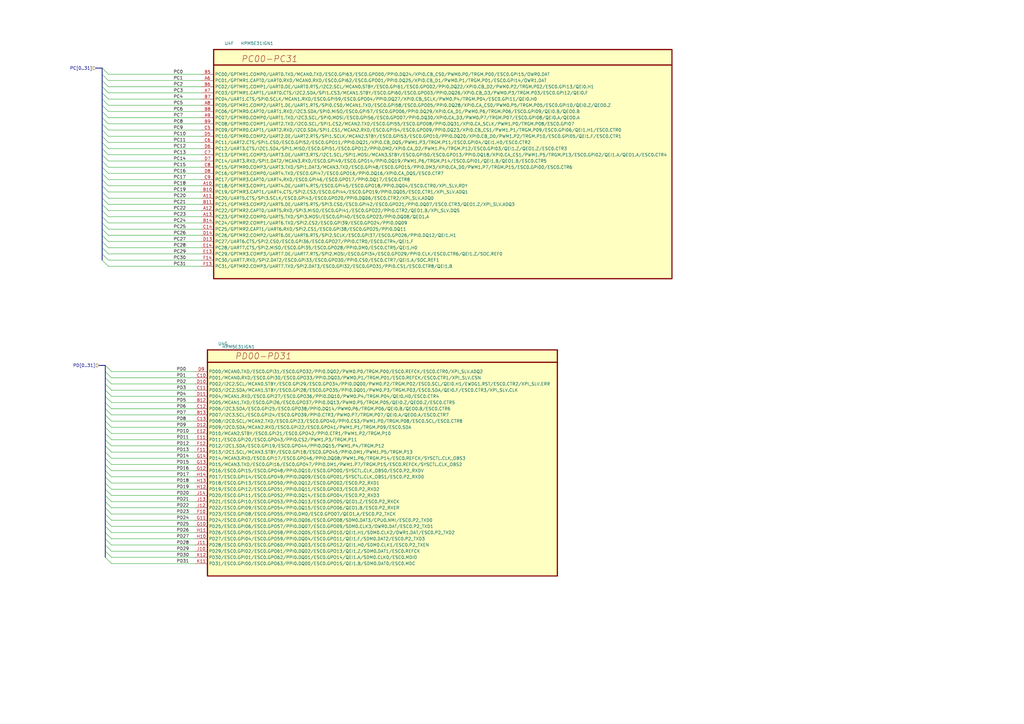
<source format=kicad_sch>
(kicad_sch (version 20230121) (generator eeschema)
  (paper "A3")
  (title_block (title "HPM5E00EVK") (date "2024-02-12") (rev "RevB") (comment 1 "MCU_PC&PD"))
  (lib_symbols
    (symbol "00_HPM700_Library:HPM5E31IGN1"
      (property "Reference" "U" (at 2.54 1.27 0))
      (property "Value" "HPM5E31IGN1" (at 12.7 1.27 0))
      (symbol "HPM5E31IGN1_1_1"
        (polyline (pts (xy 0 -40.64) (xy 35.56 -40.64)) (stroke (width 0.508)))
        (polyline (pts (xy 9.525 -6.35) (xy 15.24 -6.35) (xy 15.24 -10.16) (xy 14.605 -9.525) (xy 15.24 -10.16) (xy 15.875 -9.525)))
        (polyline (pts (xy 15.24 -15.24) (xy 15.24 -19.05) (xy 9.525 -19.05) (xy 10.16 -18.415) (xy 9.525 -19.05) (xy 10.16 -19.685)))
        (rectangle (start 0 0) (end 35.56 -60.96) (stroke (width 0.508)) (fill (type background)))
        (rectangle (start 11.43 -11.43) (end 19.05 -13.97))
        (text "Analog_Domain" (at 11.43 -44.45 0) (effects (font (size 1.778 1.778))))
        (text "DCDC" (at 15.24 -12.7 0) (effects (font (size 1.27 1.27))))
        (text "DCDC_Domain" (at 10.16 -2.54 0) (effects (font (size 1.778 1.778))))
        (pin power_in line (at 40.64 -3.81 180) (length 5.08) (name "VDD_SOC") (number "F6"))
        (pin power_in line (at 40.64 -6.35 180) (length 5.08) (name "VDD_SOC") (number "F9"))
        (pin power_in line (at 40.64 -8.89 180) (length 5.08) (name "VDD_SOC") (number "G6"))
        (pin power_in line (at 40.64 -11.43 180) (length 5.08) (name "VDD_SOC") (number "G9"))
        (pin power_in line (at -5.08 -55.88 0) (length 5.08) (name "VSSA") (number "H8"))
        (pin power_in line (at 40.64 -13.97 180) (length 5.08) (name "VDD_SOC") (number "H9"))
        (pin power_in line (at 40.64 -55.88 180) (length 5.08) (name "VREFL") (number "J8"))
        (pin power_in line (at -5.08 -48.26 0) (length 5.08) (name "VANA") (number "J9"))
        (pin power_in line (at 40.64 -48.26 180) (length 5.08) (name "VREFH") (number "K9"))
        (pin power_in line (at -5.08 -6.35 0) (length 5.08) (name "DCDC_IN") (number "M1"))
        (pin power_in line (at -5.08 -8.89 0) (length 5.08) (name "DCDC_IN") (number "M2"))
        (pin power_in line (at -5.08 -27.94 0) (length 5.08) (name "DCDC_GND") (number "N1"))
        (pin power_in line (at -5.08 -16.51 0) (length 5.08) (name "DCDC_LP") (number "N2"))
        (pin power_in line (at -5.08 -30.48 0) (length 5.08) (name "DCDC_GND") (number "P2"))
        (pin power_in line (at -5.08 -19.05 0) (length 5.08) (name "DCDC_LP") (number "P3"))
      )
      (symbol "HPM5E31IGN1_2_1"
        (rectangle (start 0 0) (end 35.56 -27.94) (stroke (width 0.508)) (fill (type background)))
        (pin power_in line (at -5.08 -5.08 0) (length 5.08) (name "VSS") (number "A1"))
        (pin power_in line (at -5.08 -7.62 0) (length 5.08) (name "VSS") (number "A14"))
        (pin power_in line (at -5.08 -12.7 0) (length 5.08) (name "VSS") (number "E10"))
        (pin power_in line (at -5.08 -10.16 0) (length 5.08) (name "VSS") (number "E5"))
        (pin power_in line (at -5.08 -15.24 0) (length 5.08) (name "VSS") (number "F7"))
        (pin power_in line (at -5.08 -17.78 0) (length 5.08) (name "VSS") (number "F8"))
        (pin power_in line (at -5.08 -20.32 0) (length 5.08) (name "VSS") (number "G7"))
        (pin power_in line (at -5.08 -22.86 0) (length 5.08) (name "VSS") (number "G8"))
        (pin power_in line (at 40.64 -5.08 180) (length 5.08) (name "VSS") (number "H7"))
        (pin power_in line (at 40.64 -7.62 180) (length 5.08) (name "VSS") (number "J7"))
        (pin power_in line (at 40.64 -12.7 180) (length 5.08) (name "VSS") (number "K10"))
        (pin power_in line (at 40.64 -10.16 180) (length 5.08) (name "VSS") (number "K5"))
        (pin power_in line (at 40.64 -15.24 180) (length 5.08) (name "VSS") (number "N3"))
        (pin power_in line (at 40.64 -17.78 180) (length 5.08) (name "VSS") (number "P1"))
        (pin power_in line (at 40.64 -20.32 180) (length 5.08) (name "VSS") (number "P14"))
      )
      (symbol "HPM5E31IGN1_3_1"
        (polyline (pts (xy 0 -25.4) (xy 35.56 -25.4)) (stroke (width 0.508)))
        (rectangle (start 0 0) (end 35.56 -45.72) (stroke (width 0.508)) (fill (type background)))
        (pin input line (at -5.08 -16.51 0) (length 5.08) (name "XTALO") (number "K13"))
        (pin input line (at -5.08 -6.35 0) (length 5.08) (name "XTALI") (number "K14"))
        (pin input line (at -5.08 -33.02 0) (length 5.08) (name "USB0_VBUS") (number "L12"))
        (pin input line (at 40.64 -39.37 180) (length 5.08) (name "USB0_DN") (number "L13"))
        (pin input line (at 40.64 -33.02 180) (length 5.08) (name "USB0_DP") (number "L14"))
        (pin input line (at 40.64 -16.51 180) (length 5.08) (name "WKUP") (number "L3"))
        (pin input line (at 40.64 -6.35 180) (length 5.08) (name "RSTN") (number "M3"))
      )
      (symbol "HPM5E31IGN1_4_1"
        (polyline (pts (xy 0 -46.99) (xy 115.57 -46.99)) (stroke (width 0.508) (type dash)))
        (polyline (pts (xy 0 -17.78) (xy 115.57 -17.78)) (stroke (width 0.508)))
        (rectangle (start 0 0) (end 115.57 -96.52) (stroke (width 0.508)) (fill (type background)))
        (text "PA00-PA09" (at 27.94 -15.24 0) (effects (font (size 2.54 2.54) italic)))
        (text "PA16-PA31" (at 27.94 -49.53 0) (effects (font (size 2.54 2.54) italic)))
        (pin input line (at -5.08 -3.81 0) (length 5.08) (name "VIO_B01") (number "E6"))
        (pin input line (at -5.08 -6.35 0) (length 5.08) (name "VIO_B01") (number "E7"))
        (pin input line (at -5.08 -8.89 0) (length 5.08) (name "VIO_B01") (number "E8"))
        (pin input line (at -5.08 -11.43 0) (length 5.08) (name "VIO_B01") (number "E9"))
        (pin input line (at -5.08 -44.45 0) (length 5.08) (name "PA09/GPTMR0.CAPT1/UART2.RXD/I2C0.SDA/MCAN2.RXD/ESC0.REFCK/PWM1.P1/TRGM.P09/ETH0.EVTO2") (number "F1"))
        (pin input line (at -5.08 -31.75 0) (length 5.08) (name "PA04/UART1.CTS/SPI1.SCLK/MCAN1.RXD/PWM0.P4/TRGM.P04/JTAG.TDO/SIP.MISO") (number "F2"))
        (pin input line (at -5.08 -34.29 0) (length 5.08) (name "PA05/GPTMR1.COMP2/UART1.DE/UART1.RTS/SPI1.CS0/MCAN1.TXD/PWM0.P5/TRGM.P05/JTAG.TDI/SIP.MOSI") (number "F3"))
        (pin input line (at -5.08 -36.83 0) (length 5.08) (name "PA06/GPTMR0.CAPT0/UART1.RXD/I2C3.SDA/SPI1.MISO/PWM0.P6/TRGM.P06/JTAG.TCK/SIP.SCLK") (number "F4"))
        (pin input line (at -5.08 -39.37 0) (length 5.08) (name "PA07/GPTMR0.COMP0/UART1.TXD/I2C3.SCL/SPI1.MOSI/PWM0.P7/TRGM.P07/JTAG.TMS/SIP.CS_N") (number "F5"))
        (pin input line (at -5.08 -41.91 0) (length 5.08) (name "PA08/GPTMR0.COMP1/UART2.TXD/I2C0.SCL/MCAN2.TXD/PWM1.P0/TRGM.P08/JTAG.TRST") (number "G1"))
        (pin input line (at -5.08 -21.59 0) (length 5.08) (name "PA00/GPTMR1.COMP0/UART0.TXD/MCAN0.TXD/PWM0.P0/TRGM.P00/SYSCTL.CLK_OBS0/SIP.WP_N") (number "G2"))
        (pin input line (at -5.08 -24.13 0) (length 5.08) (name "PA01/GPTMR1.CAPT0/UART0.RXD/MCAN0.RXD/PWM0.P1/TRGM.P01/SYSCTL.CLK_OBS2/SIP.HOLD") (number "G3"))
        (pin input line (at -5.08 -26.67 0) (length 5.08) (name "PA02/GPTMR1.COMP1/UART0.DE/UART0.RTS/I2C2.SCL/MCAN0.STBY/PWM0.P2/TRGM.P02/SYSCTL.CLK_OBS1") (number "G4"))
        (pin input line (at -5.08 -29.21 0) (length 5.08) (name "PA03/GPTMR1.CAPT1/UART0.CTS/I2C2.SDA/MCAN1.STBY/PWM0.P3/TRGM.P03/SYSCTL.CLK_OBS3") (number "G5"))
        (pin input line (at -5.08 -68.58 0) (length 5.08) (name "PA22/GPTMR2.CAPT0/UART5.RXD/SPI2.MISO/ETH0.TXER/QEO0.B/SDM0.DAT0/OWR1.DAT") (number "H1"))
        (pin input line (at -5.08 -71.12 0) (length 5.08) (name "PA23/GPTMR2.COMP0/UART5.TXD/SPI2.MOSI/ESC0.P0_RXER/ETH0.RXER/QEO0.A/SDM0.CLK0/SIP.ESC_RXER") (number "H2"))
        (pin input line (at -5.08 -86.36 0) (length 5.08) (name "PA29/GPTMR3.COMP3/UART7.DE/UART7.RTS/SPI3.MOSI/ESC0.P0_TXEN/QEI1.Z/SIP.ESC_TXEN") (number "H3"))
        (pin input line (at -5.08 -88.9 0) (length 5.08) (name "PA30/UART7.RXD/SPI3.DAT2/ESC0.MDIO/ETH0.MDIO/QEI1.A") (number "H4"))
        (pin input line (at -5.08 -91.44 0) (length 5.08) (name "PA31/GPTMR2.COMP3/UART7.TXD/SPI3.DAT3/ESC0.MDC/ETH0.MDC/QEI1.B") (number "H5"))
        (pin input line (at -5.08 -63.5 0) (length 5.08) (name "PA20/UART5.CTS/SPI2.SCLK/ESC0.P0_RXD3/SDM0.DAT1/SIP.ESC_RXD3") (number "J1"))
        (pin input line (at -5.08 -66.04 0) (length 5.08) (name "PA21/GPTMR3.COMP2/UART5.DE/UART5.RTS/SPI2.CS0/ESC0.P0_RXCK/QEO0.Z/SDM0.CLK1/OWR0.DAT/SIP.ESC_RXCK") (number "J2"))
        (pin input line (at -5.08 -78.74 0) (length 5.08) (name "PA26/GPTMR2.COMP2/UART6.DE/UART6.RTS/SPI3.SCLK/ESC0.P0_TXD1/QEI1.H1/EWDG0.RST/SIP.ESC_TXD1") (number "J3"))
        (pin input line (at -5.08 -81.28 0) (length 5.08) (name "PA27/UART6.CTS/SPI3.CS0/ESC0.P0_TXD2/QEI1.F/SIP.ESC_TXD2") (number "J4"))
        (pin input line (at -5.08 -83.82 0) (length 5.08) (name "PA28/UART7.CTS/SPI3.MISO/ESC0.P0_TXD3/ESC0.CTR1/QEI1.H0/SIP.ESC_TXD3") (number "J5"))
        (pin input line (at -5.08 -58.42 0) (length 5.08) (name "PA18/GPTMR3.COMP1/UART4.DE/UART4.RTS/ESC0.P0_RXD1/QEO1.Z/SDM0.DAT2/EUI0.DI/SIP.ESC_RXD1") (number "K1"))
        (pin input line (at -5.08 -60.96 0) (length 5.08) (name "PA19/GPTMR3.CAPT1/UART4.CTS/SPI3.CS3/ESC0.P0_RXD2/SDM0.CLK2/EUI0.DO/SIP.ESC_RXD2") (number "K2"))
        (pin input line (at -5.08 -73.66 0) (length 5.08) (name "PA24/GPTMR2.COMP1/UART6.TXD/SPI3.CS2/ESC0.P0_TXCK/SIP.ESC_TXCK") (number "K3"))
        (pin input line (at -5.08 -76.2 0) (length 5.08) (name "PA25/GPTMR2.CAPT1/UART6.RXD/SPI3.CS1/ESC0.P0_TXD0/ESC0.CTR0/SIP.ESC_TXD0") (number "K4"))
        (pin input line (at -5.08 -13.97 0) (length 5.08) (name "VIO_B01") (number "K6"))
        (pin input line (at -5.08 -53.34 0) (length 5.08) (name "PA16/GPTMR3.COMP0/UART4.TXD/ESC0.P0_RXDV/QEO1.A/SDM0.DAT3/EUI0.CK/SIP.ESC_RXDV") (number "L1"))
        (pin input line (at -5.08 -55.88 0) (length 5.08) (name "PA17/GPTMR3.CAPT0/UART4.RXD/ESC0.P0_RXD0/QEO1.B/SDM0.CLK3/EUI0.SH/SIP.ESC_RXD0") (number "L2"))
      )
      (symbol "HPM5E31IGN1_5_1"
        (polyline (pts (xy 0 -39.37) (xy 97.79 -39.37)) (stroke (width 0.508) (type dash)))
        (polyline (pts (xy 0 -6.35) (xy 97.79 -6.35)) (stroke (width 0.508)))
        (rectangle (start 0 0) (end 97.79 -67.31) (stroke (width 0.508)) (fill (type background)))
        (text "PB00-PB11" (at 26.67 -3.81 0) (effects (font (size 2.54 2.54) italic)))
        (text "PB24-PB31" (at 26.67 -41.91 0) (effects (font (size 2.54 2.54) italic)))
        (pin input line (at -5.08 -45.72 0) (length 5.08) (name "PB24/ESC0.CTR4/XPI0.CA_CS1/SDM0.CLK3/ETH0.EVTI0/ESC0.EVTI0") (number "A2"))
        (pin input line (at -5.08 -50.8 0) (length 5.08) (name "PB26/ESC0.CTR6/XPI0.CA_D2/QEI1.H1/SDM0.CLK2/ETH0.EVTI1/EUI1.CK/ESC0.EVTI1/SIP.ESC_RSTN") (number "A3"))
        (pin input line (at -5.08 -55.88 0) (length 5.08) (name "PB28/ESC0.CTR8/XPI0.CA_D1/QEI1.H0/SDM0.CLK1/EUI1.DI/SIP.ESC_ENLDO") (number "A4"))
        (pin input line (at -5.08 -60.96 0) (length 5.08) (name "PB30/ESC0.CTR7/XPI0.CA_CS0/QEI1.A/SDM0.CLK0/SIP.ESC_CRS") (number "A5"))
        (pin input line (at -5.08 -48.26 0) (length 5.08) (name "PB25/ESC0.CTR5/XPI0.CA_DQS/SDM0.DAT3/ETH0.EVTO0/ESC0.EVTO0") (number "B1"))
        (pin input line (at -5.08 -53.34 0) (length 5.08) (name "PB27/ESC0.CTR7/XPI0.CA_D0/QEI1.F/SDM0.DAT2/ETH0.EVTO2/EUI1.SH/SIP.ESC_XI") (number "B2"))
        (pin input line (at -5.08 -58.42 0) (length 5.08) (name "PB29/XPI0.CA_SCLK/QEI1.Z/SDM0.DAT1/ETH0.EVTO1/EUI1.DO/ESC0.EVTO1/SIP.ESC_COL") (number "B3"))
        (pin input line (at -5.08 -63.5 0) (length 5.08) (name "PB31/ESC0.CTR8/XPI0.CA_D3/QEI1.B/SDM0.DAT0/ETH0.EVTO3") (number "B4"))
        (pin input line (at -5.08 -19.05 0) (length 5.08) (name "PB04/MCAN1.RXD/ESC0.P0_RXD3/PWM0.P4/TRGM.P04/ETH0.RXD3/QEI0.H0") (number "C1"))
        (pin input line (at -5.08 -21.59 0) (length 5.08) (name "PB05/MCAN1.TXD/ESC0.P0_RXCK/PWM0.P5/TRGM.P05/ETH0.RXCK/QEI0.Z/QEO0.Z") (number "C2"))
        (pin input line (at -5.08 -34.29 0) (length 5.08) (name "PB10/MCAN2.STBY/ESC0.P0_TXD3/PWM1.P2/TRGM.P10/ETH0.TXD3") (number "C3"))
        (pin input line (at -5.08 -36.83 0) (length 5.08) (name "PB11/ESC0.P0_TXEN/PWM1.P3/TRGM.P11/ETH0.TXEN") (number "C4"))
        (pin input line (at -5.08 -13.97 0) (length 5.08) (name "PB02/I2C2.SCL/MCAN0.STBY/ESC0.P0_RXD1/PWM0.P2/TRGM.P02/ETH0.RXD1/QEI0.H1/QEO1.Z") (number "D1"))
        (pin input line (at -5.08 -16.51 0) (length 5.08) (name "PB03/I2C2.SDA/MCAN1.STBY/ESC0.P0_RXD2/PWM0.P3/TRGM.P03/ETH0.RXD2/QEI0.F") (number "D2"))
        (pin input line (at -5.08 -29.21 0) (length 5.08) (name "PB08/I2C0.SCL/MCAN2.TXD/ESC0.P0_TXD1/PWM1.P0/TRGM.P08/ETH0.TXD1") (number "D3"))
        (pin input line (at -5.08 -31.75 0) (length 5.08) (name "PB09/I2C0.SDA/MCAN2.RXD/ESC0.P0_TXD2/PWM1.P1/TRGM.P09/ETH0.TXD2") (number "D4"))
        (pin input line (at -5.08 -8.89 0) (length 5.08) (name "PB00/MCAN0.TXD/ESC0.P0_RXDV/PWM0.P0/TRGM.P00/ETH0.RXDV/QEO1.A") (number "E1"))
        (pin input line (at -5.08 -11.43 0) (length 5.08) (name "PB01/MCAN0.RXD/ESC0.P0_RXD0/PWM0.P1/TRGM.P01/ETH0.RXD0/QEO1.B") (number "E2"))
        (pin input line (at -5.08 -24.13 0) (length 5.08) (name "PB06/I2C3.SDA/ESC0.P0_TXCK/PWM0.P6/TRGM.P06/ETH0.TXCK/QEI0.B/QEO0.B") (number "E3"))
        (pin input line (at -5.08 -26.67 0) (length 5.08) (name "PB07/I2C3.SCL/ESC0.P0_TXD0/PWM0.P7/TRGM.P07/ETH0.TXD0/QEI0.A/QEO0.A") (number "E4"))
      )
      (symbol "HPM5E31IGN1_6_1"
        (polyline (pts (xy 0 -6.35) (xy 187.96 -6.35)) (stroke (width 0.508)))
        (rectangle (start 0 0) (end 187.96 -93.98) (stroke (width 0.508)) (fill (type background)))
        (text "PC00-PC31" (at 22.86 -3.81 0) (effects (font (size 2.54 2.54) italic)))
        (pin input line (at -5.08 -55.88 0) (length 5.08) (name "PC18/GPTMR3.COMP1/UART4.DE/UART4.RTS/ESC0.GPI45/ESC0.GPO18/PPI0.DQ04/ESC0.CTR0/XPI_SLV.RDY") (number "A10"))
        (pin input line (at -5.08 -60.96 0) (length 5.08) (name "PC20/UART5.CTS/SPI3.SCLK/ESC0.GPI43/ESC0.GPO20/PPI0.DQ06/ESC0.CTR2/XPI_SLV.ADQ0") (number "A11"))
        (pin input line (at -5.08 -66.04 0) (length 5.08) (name "PC22/GPTMR2.CAPT0/UART5.RXD/SPI3.MISO/ESC0.GPI41/ESC0.GPO22/PPI0.CTR2/QEO1.B/XPI_SLV.DQS") (number "A12"))
        (pin input line (at -5.08 -68.58 0) (length 5.08) (name "PC23/GPTMR2.COMP0/UART5.TXD/SPI3.MOSI/ESC0.GPI40/ESC0.GPO23/PPI0.DQ08/QEO1.A") (number "A13"))
        (pin input line (at -5.08 -12.7 0) (length 5.08) (name "PC01/GPTMR1.CAPT0/UART0.RXD/MCAN0.RXD/ESC0.GPI62/ESC0.GPO01/PPI0.DQ25/XPI0.CB_D1/PWM0.P1/TRGM.P01/ESC0.GPI14/OWR1.DAT") (number "A6"))
        (pin input line (at -5.08 -17.78 0) (length 5.08) (name "PC03/GPTMR1.CAPT1/UART0.CTS/I2C2.SDA/SPI1.CS3/MCAN1.STBY/ESC0.GPI60/ESC0.GPO03/PPI0.DQ26/XPI0.CB_D3/PWM0.P3/TRGM.P03/ESC0.GPI12/QEI0.F") (number "A7"))
        (pin input line (at -5.08 -22.86 0) (length 5.08) (name "PC05/GPTMR1.COMP2/UART1.DE/UART1.RTS/SPI0.CS0/MCAN1.TXD/ESC0.GPI58/ESC0.GPO05/PPI0.DQ28/XPI0.CA_CS0/PWM0.P5/TRGM.P05/ESC0.GPI10/QEI0.Z/QEO0.Z") (number "A8"))
        (pin input line (at -5.08 -27.94 0) (length 5.08) (name "PC07/GPTMR0.COMP0/UART1.TXD/I2C3.SCL/SPI0.MOSI/ESC0.GPI56/ESC0.GPO07/PPI0.DQ30/XPI0.CA_D3/PWM0.P7/TRGM.P07/ESC0.GPI08/QEI0.A/QEO0.A") (number "A9"))
        (pin input line (at -5.08 -58.42 0) (length 5.08) (name "PC19/GPTMR3.CAPT1/UART4.CTS/SPI2.CS3/ESC0.GPI44/ESC0.GPO19/PPI0.DQ05/ESC0.CTR1/XPI_SLV.ADQ1") (number "B10"))
        (pin input line (at -5.08 -63.5 0) (length 5.08) (name "PC21/GPTMR3.COMP2/UART5.DE/UART5.RTS/SPI3.CS0/ESC0.GPI42/ESC0.GPO21/PPI0.DQ07/ESC0.CTR3/QEO1.Z/XPI_SLV.ADQ3") (number "B11"))
        (pin input line (at -5.08 -71.12 0) (length 5.08) (name "PC24/GPTMR2.COMP1/UART6.TXD/SPI2.CS2/ESC0.GPI39/ESC0.GPO24/PPI0.DQ09") (number "B14"))
        (pin input line (at -5.08 -10.16 0) (length 5.08) (name "PC00/GPTMR1.COMP0/UART0.TXD/MCAN0.TXD/ESC0.GPI63/ESC0.GPO00/PPI0.DQ24/XPI0.CB_CS0/PWM0.P0/TRGM.P00/ESC0.GPI15/OWR0.DAT") (number "B5"))
        (pin input line (at -5.08 -15.24 0) (length 5.08) (name "PC02/GPTMR1.COMP1/UART0.DE/UART0.RTS/I2C2.SCL/MCAN0.STBY/ESC0.GPI61/ESC0.GPO02/PPI0.DQ22/XPI0.CB_D2/PWM0.P2/TRGM.P02/ESC0.GPI13/QEI0.H1") (number "B6"))
        (pin input line (at -5.08 -20.32 0) (length 5.08) (name "PC04/UART1.CTS/SPI0.SCLK/MCAN1.RXD/ESC0.GPI59/ESC0.GPO04/PPI0.DQ27/XPI0.CB_SCLK/PWM0.P4/TRGM.P04/ESC0.GPI11/QEI0.H0") (number "B7"))
        (pin input line (at -5.08 -25.4 0) (length 5.08) (name "PC06/GPTMR0.CAPT0/UART1.RXD/I2C3.SDA/SPI0.MISO/ESC0.GPI57/ESC0.GPO06/PPI0.DQ29/XPI0.CA_D1/PWM0.P6/TRGM.P06/ESC0.GPI09/QEI0.B/QEO0.B") (number "B8"))
        (pin input line (at -5.08 -30.48 0) (length 5.08) (name "PC08/GPTMR0.COMP1/UART2.TXD/I2C0.SCL/SPI1.CS2/MCAN2.TXD/ESC0.GPI55/ESC0.GPO08/PPI0.DQ31/XPI0.CA_SCLK/PWM1.P0/TRGM.P08/ESC0.GPI07") (number "B9"))
        (pin input line (at -5.08 -73.66 0) (length 5.08) (name "PC25/GPTMR2.CAPT1/UART6.RXD/SPI2.CS1/ESC0.GPI38/ESC0.GPO25/PPI0.DQ11") (number "C14"))
        (pin input line (at -5.08 -33.02 0) (length 5.08) (name "PC09/GPTMR0.CAPT1/UART2.RXD/I2C0.SDA/SPI1.CS1/MCAN2.RXD/ESC0.GPI54/ESC0.GPO09/PPI0.DQ23/XPI0.CB_CS1/PWM1.P1/TRGM.P09/ESC0.GPI06/QEI1.H1/ESC0.CTR0") (number "C5"))
        (pin input line (at -5.08 -38.1 0) (length 5.08) (name "PC11/UART2.CTS/SPI1.CS0/ESC0.GPI52/ESC0.GPO11/PPI0.DQ21/XPI0.CB_DQS/PWM1.P3/TRGM.P11/ESC0.GPI04/QEI1.H0/ESC0.CTR2") (number "C6"))
        (pin input line (at -5.08 -43.18 0) (length 5.08) (name "PC13/GPTMR1.COMP3/UART3.DE/UART3.RTS/I2C1.SCL/SPI1.MOSI/MCAN3.STBY/ESC0.GPI50/ESC0.GPO13/PPI0.DQ18/XPI0.CA_CS1/PWM1.P5/TRGM.P13/ESC0.GPI02/QEI1.A/QEO1.A/ESC0.CTR4") (number "C7"))
        (pin input line (at -5.08 -48.26 0) (length 5.08) (name "PC15/GPTMR0.COMP3/UART3.TXD/SPI1.DAT3/MCAN3.TXD/ESC0.GPI48/ESC0.GPO15/PPI0.DM3/XPI0.CA_D0/PWM1.P7/TRGM.P15/ESC0.GPI00/ESC0.CTR6") (number "C8"))
        (pin input line (at -5.08 -53.34 0) (length 5.08) (name "PC17/GPTMR3.CAPT0/UART4.RXD/ESC0.GPI46/ESC0.GPO17/PPI0.DQ17/ESC0.CTR8") (number "C9"))
        (pin input line (at -5.08 -78.74 0) (length 5.08) (name "PC27/UART6.CTS/SPI2.CS0/ESC0.GPI36/ESC0.GPO27/PPI0.CTR0/ESC0.CTR4/QEI1.F") (number "D13"))
        (pin input line (at -5.08 -76.2 0) (length 5.08) (name "PC26/GPTMR2.COMP2/UART6.DE/UART6.RTS/SPI2.SCLK/ESC0.GPI37/ESC0.GPO26/PPI0.DQ12/QEI1.H1") (number "D14"))
        (pin input line (at -5.08 -35.56 0) (length 5.08) (name "PC10/GPTMR0.COMP2/UART2.DE/UART2.RTS/SPI1.SCLK/MCAN2.STBY/ESC0.GPI53/ESC0.GPO10/PPI0.DQ20/XPI0.CB_D0/PWM1.P2/TRGM.P10/ESC0.GPI05/QEI1.F/ESC0.CTR1") (number "D5"))
        (pin input line (at -5.08 -40.64 0) (length 5.08) (name "PC12/UART3.CTS/I2C1.SDA/SPI1.MISO/ESC0.GPI51/ESC0.GPO12/PPI0.DM2/XPI0.CA_D2/PWM1.P4/TRGM.P12/ESC0.GPI03/QEI1.Z/QEO1.Z/ESC0.CTR3") (number "D6"))
        (pin input line (at -5.08 -45.72 0) (length 5.08) (name "PC14/UART3.RXD/SPI1.DAT2/MCAN3.RXD/ESC0.GPI49/ESC0.GPO14/PPI0.DQ19/PWM1.P6/TRGM.P14/ESC0.GPI01/QEI1.B/QEO1.B/ESC0.CTR5") (number "D7"))
        (pin input line (at -5.08 -50.8 0) (length 5.08) (name "PC16/GPTMR3.COMP0/UART4.TXD/ESC0.GPI47/ESC0.GPO16/PPI0.DQ16/XPI0.CA_DQS/ESC0.CTR7") (number "D8"))
        (pin input line (at -5.08 -83.82 0) (length 5.08) (name "PC29/GPTMR3.COMP3/UART7.DE/UART7.RTS/SPI2.MOSI/ESC0.GPI34/ESC0.GPO29/PPI0.CLK/ESC0.CTR6/QEI1.Z/SOC.REF0") (number "E13"))
        (pin input line (at -5.08 -81.28 0) (length 5.08) (name "PC28/UART7.CTS/SPI2.MISO/ESC0.GPI35/ESC0.GPO28/PPI0.DM0/ESC0.CTR5/QEI1.H0") (number "E14"))
        (pin input line (at -5.08 -88.9 0) (length 5.08) (name "PC31/GPTMR2.COMP3/UART7.TXD/SPI2.DAT3/ESC0.GPI32/ESC0.GPO31/PPI0.CS1/ESC0.CTR8/QEI1.B") (number "F13"))
        (pin input line (at -5.08 -86.36 0) (length 5.08) (name "PC30/UART7.RXD/SPI2.DAT2/ESC0.GPI33/ESC0.GPO30/PPI0.CS0/ESC0.CTR7/QEI1.A/SOC.REF1") (number "F14"))
      )
      (symbol "HPM5E31IGN1_7_1"
        (polyline (pts (xy 0 -5.08) (xy 143.51 -5.08)) (stroke (width 0.508)))
        (rectangle (start 0 0) (end 143.51 -92.71) (stroke (width 0.508)) (fill (type background)))
        (text "PD00-PD31" (at 22.86 -2.54 0) (effects (font (size 2.54 2.54) italic)))
        (pin input line (at -5.08 -21.59 0) (length 5.08) (name "PD05/MCAN1.TXD/ESC0.GPI26/ESC0.GPO37/PPI0.DQ13/PWM0.P5/TRGM.P05/QEI0.Z/QEO0.Z/ESC0.CTR5") (number "B12"))
        (pin input line (at -5.08 -26.67 0) (length 5.08) (name "PD07/I2C3.SCL/ESC0.GPI24/ESC0.GPO39/PPI0.CTR3/PWM0.P7/TRGM.P07/QEI0.A/QEO0.A/ESC0.CTR7") (number "B13"))
        (pin input line (at -5.08 -11.43 0) (length 5.08) (name "PD01/MCAN0.RXD/ESC0.GPI30/ESC0.GPO33/PPI0.DQ03/PWM0.P1/TRGM.P01/ESC0.REFCK/ESC0.CTR1/XPI_SLV.CSN") (number "C10"))
        (pin input line (at -5.08 -16.51 0) (length 5.08) (name "PD03/I2C2.SDA/MCAN1.STBY/ESC0.GPI28/ESC0.GPO35/PPI0.DQ01/PWM0.P3/TRGM.P03/ESC0.SDA/QEI0.F/ESC0.CTR3/XPI_SLV.CLK") (number "C11"))
        (pin input line (at -5.08 -24.13 0) (length 5.08) (name "PD06/I2C3.SDA/ESC0.GPI25/ESC0.GPO38/PPI0.DQ14/PWM0.P6/TRGM.P06/QEI0.B/QEO0.B/ESC0.CTR6") (number "C12"))
        (pin input line (at -5.08 -29.21 0) (length 5.08) (name "PD08/I2C0.SCL/MCAN2.TXD/ESC0.GPI23/ESC0.GPO40/PPI0.CS3/PWM1.P0/TRGM.P08/ESC0.SCL/ESC0.CTR8") (number "C13"))
        (pin input line (at -5.08 -13.97 0) (length 5.08) (name "PD02/I2C2.SCL/MCAN0.STBY/ESC0.GPI29/ESC0.GPO34/PPI0.DQ00/PWM0.P2/TRGM.P02/ESC0.SCL/QEI0.H1/EWDG1.RST/ESC0.CTR2/XPI_SLV.ERR") (number "D10"))
        (pin input line (at -5.08 -19.05 0) (length 5.08) (name "PD04/MCAN1.RXD/ESC0.GPI27/ESC0.GPO36/PPI0.DQ10/PWM0.P4/TRGM.P04/QEI0.H0/ESC0.CTR4") (number "D11"))
        (pin input line (at -5.08 -31.75 0) (length 5.08) (name "PD09/I2C0.SDA/MCAN2.RXD/ESC0.GPI22/ESC0.GPO41/PWM1.P1/TRGM.P09/ESC0.SDA") (number "D12"))
        (pin input line (at -5.08 -8.89 0) (length 5.08) (name "PD00/MCAN0.TXD/ESC0.GPI31/ESC0.GPO32/PPI0.DQ02/PWM0.P0/TRGM.P00/ESC0.REFCK/ESC0.CTR0/XPI_SLV.ADQ2") (number "D9"))
        (pin input line (at -5.08 -36.83 0) (length 5.08) (name "PD11/ESC0.GPI20/ESC0.GPO43/PPI0.CS2/PWM1.P3/TRGM.P11") (number "E11"))
        (pin input line (at -5.08 -34.29 0) (length 5.08) (name "PD10/MCAN2.STBY/ESC0.GPI21/ESC0.GPO42/PPI0.CTR1/PWM1.P2/TRGM.P10") (number "E12"))
        (pin input line (at -5.08 -67.31 0) (length 5.08) (name "PD23/ESC0.GPI08/ESC0.GPO55/PPI0.DM0/ESC0.GPO07/QEO1.A/ESC0.P2_TXCK") (number "F10"))
        (pin input line (at -5.08 -41.91 0) (length 5.08) (name "PD13/I2C1.SCL/MCAN3.STBY/ESC0.GPI18/ESC0.GPO45/PPI0.DM1/PWM1.P5/TRGM.P13") (number "F11"))
        (pin input line (at -5.08 -39.37 0) (length 5.08) (name "PD12/I2C1.SDA/ESC0.GPI19/ESC0.GPO44/PPI0.DQ15/PWM1.P4/TRGM.P12") (number "F12"))
        (pin input line (at -5.08 -72.39 0) (length 5.08) (name "PD25/ESC0.GPI06/ESC0.GPO57/PPI0.DQ07/ESC0.GPO09/SDM0.CLK3/OWR0.DAT/ESC0.P2_TXD1") (number "G10"))
        (pin input line (at -5.08 -69.85 0) (length 5.08) (name "PD24/ESC0.GPI07/ESC0.GPO56/PPI0.DQ06/ESC0.GPO08/SDM0.DAT3/CPU0.NMI/ESC0.P2_TXD0") (number "G11"))
        (pin input line (at -5.08 -49.53 0) (length 5.08) (name "PD16/ESC0.GPI15/ESC0.GPO48/PPI0.DQ10/ESC0.GPO00/SYSCTL.CLK_OBS0/ESC0.P2_RXDV") (number "G12"))
        (pin input line (at -5.08 -46.99 0) (length 5.08) (name "PD15/MCAN3.TXD/ESC0.GPI16/ESC0.GPO47/PPI0.DM1/PWM1.P7/TRGM.P15/ESC0.REFCK/SYSCTL.CLK_OBS2") (number "G13"))
        (pin input line (at -5.08 -44.45 0) (length 5.08) (name "PD14/MCAN3.RXD/ESC0.GPI17/ESC0.GPO46/PPI0.DQ08/PWM1.P6/TRGM.P14/ESC0.REFCK/SYSCTL.CLK_OBS3") (number "G14"))
        (pin input line (at -5.08 -77.47 0) (length 5.08) (name "PD27/ESC0.GPI04/ESC0.GPO59/PPI0.DQ04/ESC0.GPO11/QEI1.F/SDM0.DAT2/ESC0.P2_TXD3") (number "H10"))
        (pin input line (at -5.08 -74.93 0) (length 5.08) (name "PD26/ESC0.GPI05/ESC0.GPO58/PPI0.DQ05/ESC0.GPO10/QEI1.H1/SDM0.CLK2/OWR1.DAT/ESC0.P2_TXD2") (number "H11"))
        (pin input line (at -5.08 -57.15 0) (length 5.08) (name "PD19/ESC0.GPI12/ESC0.GPO51/PPI0.DQ11/ESC0.GPO03/ESC0.P2_RXD2") (number "H12"))
        (pin input line (at -5.08 -54.61 0) (length 5.08) (name "PD18/ESC0.GPI13/ESC0.GPO50/PPI0.DQ12/ESC0.GPO02/ESC0.P2_RXD1") (number "H13"))
        (pin input line (at -5.08 -52.07 0) (length 5.08) (name "PD17/ESC0.GPI14/ESC0.GPO49/PPI0.DQ09/ESC0.GPO01/SYSCTL.CLK_OBS1/ESC0.P2_RXD0") (number "H14"))
        (pin input line (at -5.08 -82.55 0) (length 5.08) (name "PD29/ESC0.GPI02/ESC0.GPO61/PPI0.DQ02/ESC0.GPO13/QEI1.Z/SDM0.DAT1/ESC0.REFCK") (number "J10"))
        (pin input line (at -5.08 -80.01 0) (length 5.08) (name "PD28/ESC0.GPI03/ESC0.GPO60/PPI0.DQ03/ESC0.GPO12/QEI1.H0/SDM0.CLK1/ESC0.P2_TXEN") (number "J11"))
        (pin input line (at -5.08 -64.77 0) (length 5.08) (name "PD22/ESC0.GPI09/ESC0.GPO54/PPI0.DQ15/ESC0.GPO06/QEO1.B/ESC0.P2_RXER") (number "J12"))
        (pin input line (at -5.08 -62.23 0) (length 5.08) (name "PD21/ESC0.GPI10/ESC0.GPO53/PPI0.DQ13/ESC0.GPO05/QEO1.Z/ESC0.P2_RXCK") (number "J13"))
        (pin input line (at -5.08 -59.69 0) (length 5.08) (name "PD20/ESC0.GPI11/ESC0.GPO52/PPI0.DQ14/ESC0.GPO04/ESC0.P2_RXD3") (number "J14"))
        (pin input line (at -5.08 -87.63 0) (length 5.08) (name "PD31/ESC0.GPI00/ESC0.GPO63/PPI0.DQ00/ESC0.GPO15/QEI1.B/SDM0.DAT0/ESC0.MDC") (number "K11"))
        (pin input line (at -5.08 -85.09 0) (length 5.08) (name "PD30/ESC0.GPI01/ESC0.GPO62/PPI0.DQ01/ESC0.GPO14/QEI1.A/SDM0.CLK0/ESC0.MDIO") (number "K12"))
      )
      (symbol "HPM5E31IGN1_8_1"
        (polyline (pts (xy 0 -5.08) (xy 133.35 -5.08)) (stroke (width 0.508)))
        (rectangle (start 0 0) (end 133.35 -25.4) (stroke (width 0.508)) (fill (type background)))
        (text "PE00-PE05" (at 22.86 -2.54 0) (effects (font (size 2.54 2.54) italic)))
        (pin input line (at -5.08 -13.97 0) (length 5.08) (name "PE02/GPTMR1.COMP1/UART0.DE/UART0.RTS/I2C2.SCL/MCAN0.STBY/ESC0.CTR6/PPI0.CTR6/PWM0.P2/TRGM.P02/QEO1.Z") (number "M12"))
        (pin input line (at -5.08 -11.43 0) (length 5.08) (name "PE01/GPTMR1.CAPT0/UART0.RXD/MCAN0.RXD/ESC0.CTR5/PPI0.CTR5/PWM0.P1/TRGM.P01/QEO1.B/USB0.PWR") (number "M13"))
        (pin input line (at -5.08 -8.89 0) (length 5.08) (name "PE00/GPTMR1.COMP0/UART0.TXD/MCAN0.TXD/ESC0.CTR4/PPI0.CTR4/PWM0.P0/TRGM.P00/QEO1.A/USB0.ID/ETH0.EVTO1/ESC0.EVTO1") (number "M14"))
        (pin input line (at -5.08 -19.05 0) (length 5.08) (name "PE04/UART1.CTS/MCAN1.RXD/ESC0.CTR2/PWM0.P4/TRGM.P04/ETH0.COL/ETH0.EVTI1/ESC0.EVTI1") (number "N13"))
        (pin input line (at -5.08 -16.51 0) (length 5.08) (name "PE03/GPTMR1.CAPT1/UART0.CTS/I2C2.SDA/MCAN1.STBY/ESC0.CTR1/PPI0.CTR7/PWM0.P3/TRGM.P03/USB0.OC/ETH0.EVTO2") (number "N14"))
        (pin input line (at -5.08 -21.59 0) (length 5.08) (name "PE05/GPTMR1.COMP2/UART1.DE/UART1.RTS/MCAN1.TXD/ESC0.CTR3/PWM0.P5/TRGM.P05/ETH0.CRS/ETH0.EVTO3") (number "P13"))
      )
      (symbol "HPM5E31IGN1_9_1"
        (polyline (pts (xy 0 -5.08) (xy 102.87 -5.08)) (stroke (width 0.508)))
        (rectangle (start 0 0) (end 102.87 -91.44) (stroke (width 0.508)) (fill (type background)))
        (text "PF00-PF31" (at 22.86 -2.54 0) (effects (font (size 2.54 2.54) italic)))
        (pin input line (at -5.08 -11.43 0) (length 5.08) (name "PF01/MCAN0.RXD/ESC0.MDIO/PWM0.P1/TRGM.P01/ETH0.MDIO/QEO1.B") (number "L10"))
        (pin input line (at -5.08 -29.21 0) (length 5.08) (name "PF08/I2C0.SCL/MCAN2.TXD/ESC0.P1_RXDV/PWM1.P0/TRGM.P08/ETH0.RXDV/EUI1.CK") (number "L11"))
        (pin input line (at -5.08 -85.09 0) (length 5.08) (name "PF30/SDM0.CLK2") (number "L4"))
        (pin input line (at -5.08 -67.31 0) (length 5.08) (name "PF23/SDM0.CLK3/USB0.OC") (number "L5"))
        (pin input line (at -5.08 -62.23 0) (length 5.08) (name "PF21/SDM0.DAT2/USB0.ID/ETH0.EVTI0/ESC0.EVTI0") (number "L6"))
        (pin input line (at -5.08 -72.39 0) (length 5.08) (name "PF25/SDM0.CLK0") (number "L7"))
        (pin input line (at -5.08 -21.59 0) (length 5.08) (name "PF05/MCAN1.TXD/ESC0.P1_TXD2/PWM0.P5/TRGM.P05/ETH0.TXD2/QEI0.Z/QEO0.Z/EUI0.DO") (number "L8"))
        (pin input line (at -5.08 -36.83 0) (length 5.08) (name "PF11/ESC0.P1_RXD2/PWM1.P3/TRGM.P11/ETH0.RXD2/EUI1.DO") (number "L9"))
        (pin input line (at -5.08 -31.75 0) (length 5.08) (name "PF09/I2C0.SDA/MCAN2.RXD/ESC0.P1_RXD0/PWM1.P1/TRGM.P09/ETH0.RXD0/EUI1.SH") (number "M10"))
        (pin input line (at -5.08 -26.67 0) (length 5.08) (name "PF07/I2C3.SCL/ESC0.P1_TXEN/PWM0.P7/TRGM.P07/ETH0.TXEN/QEI0.A/QEO0.A") (number "M11"))
        (pin input line (at -5.08 -82.55 0) (length 5.08) (name "PF29/SDM0.DAT2") (number "M4"))
        (pin input line (at -5.08 -57.15 0) (length 5.08) (name "PF19/SDM0.CLK1/USB0.PWR/ETH0.EVTO2") (number "M5"))
        (pin input line (at -5.08 -69.85 0) (length 5.08) (name "PF24/SDM0.DAT0") (number "M6"))
        (pin input line (at -5.08 -77.47 0) (length 5.08) (name "PF27/SDM0.CLK1") (number "M7"))
        (pin input line (at -5.08 -19.05 0) (length 5.08) (name "PF04/MCAN1.RXD/ESC0.P1_TXD1/PWM0.P4/TRGM.P04/ETH0.TXD1/QEI0.H0/EUI0.DI") (number "M8"))
        (pin input line (at -5.08 -16.51 0) (length 5.08) (name "PF03/I2C2.SDA/MCAN1.STBY/ESC0.P1_TXD0/PWM0.P3/TRGM.P03/ETH0.TXD0/QEI0.F/EUI0.SH") (number "M9"))
        (pin input line (at -5.08 -8.89 0) (length 5.08) (name "PF00/MCAN0.TXD/ESC0.MDC/PWM0.P0/TRGM.P00/ETH0.MDC/QEO1.A") (number "N10"))
        (pin input line (at -5.08 -39.37 0) (length 5.08) (name "PF12/I2C1.SDA/ESC0.P1_RXD3/PWM1.P4/TRGM.P12/ETH0.RXD3/OWR0.DAT") (number "N11"))
        (pin input line (at -5.08 -41.91 0) (length 5.08) (name "PF13/I2C1.SCL/MCAN3.STBY/ESC0.P1_RXCK/PWM1.P5/TRGM.P13/ETH0.RXCK/OWR1.DAT") (number "N12"))
        (pin input line (at -5.08 -87.63 0) (length 5.08) (name "PF31/SDM0.CLK3") (number "N5"))
        (pin input line (at -5.08 -59.69 0) (length 5.08) (name "PF20/SDM0.DAT3/USB0.OC/ETH0.EVTO1/ESC0.EVTO1") (number "N6"))
        (pin input line (at -5.08 -49.53 0) (length 5.08) (name "PF16/SDM0.DAT0") (number "N7"))
        (pin input line (at -5.08 -64.77 0) (length 5.08) (name "PF22/SDM0.CLK2/USB0.ID/ETH0.EVTI1/ESC0.EVTI1") (number "N8"))
        (pin input line (at -5.08 -44.45 0) (length 5.08) (name "PF14/MCAN3.RXD/ESC0.P1_RXER/PWM1.P6/TRGM.P14/ETH0.RXER") (number "N9"))
        (pin input line (at -5.08 -34.29 0) (length 5.08) (name "PF10/MCAN2.STBY/ESC0.P1_RXD1/PWM1.P2/TRGM.P10/ETH0.RXD1/EUI1.DI") (number "P10"))
        (pin input line (at -5.08 -13.97 0) (length 5.08) (name "PF02/I2C2.SCL/MCAN0.STBY/ESC0.P1_TXCK/PWM0.P2/TRGM.P02/ETH0.TXCK/QEI0.H1/QEO1.Z/EUI0.CK") (number "P11"))
        (pin input line (at -5.08 -24.13 0) (length 5.08) (name "PF06/I2C3.SDA/ESC0.P1_TXD3/PWM0.P6/TRGM.P06/ETH0.TXD3/QEI0.B/QEO0.B") (number "P12"))
        (pin input line (at -5.08 -80.01 0) (length 5.08) (name "PF28/SDM0.DAT3") (number "P5"))
        (pin input line (at -5.08 -74.93 0) (length 5.08) (name "PF26/SDM0.DAT1/CPU0.NMI/ETH0.EVTO3") (number "P6"))
        (pin input line (at -5.08 -52.07 0) (length 5.08) (name "PF17/SDM0.CLK0") (number "P7"))
        (pin input line (at -5.08 -54.61 0) (length 5.08) (name "PF18/SDM0.DAT1/USB0.PWR/ETH0.EVTO0/ESC0.EVTO0") (number "P8"))
        (pin input line (at -5.08 -46.99 0) (length 5.08) (name "PF15/MCAN3.TXD/PWM1.P7/TRGM.P15/ETH0.TXER") (number "P9"))
      )
      (symbol "HPM5E31IGN1_10_1"
        (rectangle (start 0 0) (end 35.56 -19.05) (stroke (width 0.508)) (fill (type background)))
        (pin input line (at 40.64 -15.24 180) (length 5.08) (name "VDD_PHY1CAP") (number "H6"))
        (pin input line (at 40.64 -11.43 180) (length 5.08) (name "VDD_PHY0CAP") (number "J6"))
        (pin input line (at 40.64 -3.81 180) (length 5.08) (name "VDD_PMCCAP") (number "K7"))
        (pin input line (at 40.64 -7.62 180) (length 5.08) (name "VDD_OTPCAP") (number "K8"))
        (pin input line (at -5.08 -5.08 0) (length 5.08) (name "VPMC") (number "N4"))
        (pin input line (at -5.08 -8.89 0) (length 5.08) (name "VPMC") (number "P4"))
      )
    )
  )
  (bus_entry (at 43.18 198.12) (size 2.54 2.54))
  (bus_entry (at 43.18 193.04) (size 2.54 2.54))
  (bus_entry (at 41.91 30.48) (size 2.54 2.54))
  (bus_entry (at 43.18 210.82) (size 2.54 2.54))
  (bus_entry (at 43.18 226.06) (size 2.54 2.54))
  (bus_entry (at 41.91 91.44) (size 2.54 2.54))
  (bus_entry (at 41.91 66.04) (size 2.54 2.54))
  (bus_entry (at 43.18 149.86) (size 2.54 2.54))
  (bus_entry (at 41.91 53.34) (size 2.54 2.54))
  (bus_entry (at 41.91 78.74) (size 2.54 2.54))
  (bus_entry (at 43.18 182.88) (size 2.54 2.54))
  (bus_entry (at 41.91 83.82) (size 2.54 2.54))
  (bus_entry (at 43.18 165.1) (size 2.54 2.54))
  (bus_entry (at 43.18 185.42) (size 2.54 2.54))
  (bus_entry (at 43.18 157.48) (size 2.54 2.54))
  (bus_entry (at 43.18 218.44) (size 2.54 2.54))
  (bus_entry (at 41.91 63.5) (size 2.54 2.54))
  (bus_entry (at 43.18 213.36) (size 2.54 2.54))
  (bus_entry (at 41.91 96.52) (size 2.54 2.54))
  (bus_entry (at 41.91 68.58) (size 2.54 2.54))
  (bus_entry (at 41.91 86.36) (size 2.54 2.54))
  (bus_entry (at 41.91 106.68) (size 2.54 2.54))
  (bus_entry (at 41.91 73.66) (size 2.54 2.54))
  (bus_entry (at 43.18 152.4) (size 2.54 2.54))
  (bus_entry (at 43.18 162.56) (size 2.54 2.54))
  (bus_entry (at 41.91 101.6) (size 2.54 2.54))
  (bus_entry (at 43.18 208.28) (size 2.54 2.54))
  (bus_entry (at 43.18 170.18) (size 2.54 2.54))
  (bus_entry (at 43.18 195.58) (size 2.54 2.54))
  (bus_entry (at 43.18 190.5) (size 2.54 2.54))
  (bus_entry (at 41.91 88.9) (size 2.54 2.54))
  (bus_entry (at 41.91 71.12) (size 2.54 2.54))
  (bus_entry (at 41.91 33.02) (size 2.54 2.54))
  (bus_entry (at 41.91 50.8) (size 2.54 2.54))
  (bus_entry (at 43.18 175.26) (size 2.54 2.54))
  (bus_entry (at 43.18 203.2) (size 2.54 2.54))
  (bus_entry (at 43.18 180.34) (size 2.54 2.54))
  (bus_entry (at 43.18 223.52) (size 2.54 2.54))
  (bus_entry (at 41.91 60.96) (size 2.54 2.54))
  (bus_entry (at 41.91 55.88) (size 2.54 2.54))
  (bus_entry (at 43.18 154.94) (size 2.54 2.54))
  (bus_entry (at 41.91 48.26) (size 2.54 2.54))
  (bus_entry (at 41.91 93.98) (size 2.54 2.54))
  (bus_entry (at 41.91 45.72) (size 2.54 2.54))
  (bus_entry (at 43.18 215.9) (size 2.54 2.54))
  (bus_entry (at 43.18 187.96) (size 2.54 2.54))
  (bus_entry (at 41.91 58.42) (size 2.54 2.54))
  (bus_entry (at 41.91 81.28) (size 2.54 2.54))
  (bus_entry (at 43.18 220.98) (size 2.54 2.54))
  (bus_entry (at 43.18 177.8) (size 2.54 2.54))
  (bus_entry (at 41.91 38.1) (size 2.54 2.54))
  (bus_entry (at 41.91 27.94) (size 2.54 2.54))
  (bus_entry (at 43.18 160.02) (size 2.54 2.54))
  (bus_entry (at 43.18 228.6) (size 2.54 2.54))
  (bus_entry (at 43.18 167.64) (size 2.54 2.54))
  (bus_entry (at 41.91 43.18) (size 2.54 2.54))
  (bus_entry (at 43.18 200.66) (size 2.54 2.54))
  (bus_entry (at 41.91 76.2) (size 2.54 2.54))
  (bus_entry (at 41.91 35.56) (size 2.54 2.54))
  (bus_entry (at 41.91 99.06) (size 2.54 2.54))
  (bus_entry (at 41.91 40.64) (size 2.54 2.54))
  (bus_entry (at 41.91 104.14) (size 2.54 2.54))
  (bus_entry (at 43.18 205.74) (size 2.54 2.54))
  (bus_entry (at 43.18 172.72) (size 2.54 2.54))
  (bus (pts (xy 43.18 215.9) (xy 43.18 218.44)))
  (wire (pts (xy 44.45 45.72) (xy 82.55 45.72)))
  (bus (pts (xy 41.91 45.72) (xy 41.91 48.26)))
  (bus (pts (xy 43.18 195.58) (xy 43.18 198.12)))
  (wire (pts (xy 45.72 162.56) (xy 80.01 162.56)))
  (wire (pts (xy 44.45 99.06) (xy 82.55 99.06)))
  (bus (pts (xy 43.18 154.94) (xy 43.18 157.48)))
  (bus (pts (xy 43.18 190.5) (xy 43.18 193.04)))
  (wire (pts (xy 45.72 215.9) (xy 80.01 215.9)))
  (wire (pts (xy 44.45 93.98) (xy 82.55 93.98)))
  (bus (pts (xy 43.18 182.88) (xy 43.18 185.42)))
  (wire (pts (xy 44.45 40.64) (xy 82.55 40.64)))
  (bus (pts (xy 41.91 68.58) (xy 41.91 71.12)))
  (bus (pts (xy 41.91 88.9) (xy 41.91 91.44)))
  (bus (pts (xy 43.18 203.2) (xy 43.18 205.74)))
  (wire (pts (xy 44.45 106.68) (xy 82.55 106.68)))
  (wire (pts (xy 45.72 231.14) (xy 80.01 231.14)))
  (wire (pts (xy 44.45 30.48) (xy 82.55 30.48)))
  (wire (pts (xy 45.72 187.96) (xy 80.01 187.96)))
  (bus (pts (xy 43.18 210.82) (xy 43.18 213.36)))
  (bus (pts (xy 41.91 86.36) (xy 41.91 88.9)))
  (wire (pts (xy 44.45 50.8) (xy 82.55 50.8)))
  (wire (pts (xy 44.45 43.18) (xy 82.55 43.18)))
  (bus (pts (xy 43.18 205.74) (xy 43.18 208.28)))
  (bus (pts (xy 41.91 38.1) (xy 41.91 40.64)))
  (wire (pts (xy 45.72 198.12) (xy 80.01 198.12)))
  (bus (pts (xy 41.91 48.26) (xy 41.91 50.8)))
  (wire (pts (xy 44.45 33.02) (xy 82.55 33.02)))
  (bus (pts (xy 43.18 187.96) (xy 43.18 190.5)))
  (bus (pts (xy 43.18 162.56) (xy 43.18 165.1)))
  (wire (pts (xy 45.72 218.44) (xy 80.01 218.44)))
  (bus (pts (xy 43.18 175.26) (xy 43.18 177.8)))
  (bus (pts (xy 41.91 35.56) (xy 41.91 38.1)))
  (wire (pts (xy 44.45 109.22) (xy 82.55 109.22)))
  (wire (pts (xy 44.45 104.14) (xy 82.55 104.14)))
  (bus (pts (xy 43.18 185.42) (xy 43.18 187.96)))
  (wire (pts (xy 45.72 223.52) (xy 80.01 223.52)))
  (bus (pts (xy 41.91 63.5) (xy 41.91 66.04)))
  (bus (pts (xy 41.91 76.2) (xy 41.91 78.74)))
  (bus (pts (xy 41.91 27.94) (xy 41.91 30.48)))
  (bus (pts (xy 43.18 167.64) (xy 43.18 170.18)))
  (wire (pts (xy 45.72 170.18) (xy 80.01 170.18)))
  (wire (pts (xy 44.45 63.5) (xy 82.55 63.5)))
  (bus (pts (xy 43.18 180.34) (xy 43.18 182.88)))
  (wire (pts (xy 44.45 35.56) (xy 82.55 35.56)))
  (bus (pts (xy 41.91 43.18) (xy 41.91 45.72)))
  (wire (pts (xy 45.72 226.06) (xy 80.01 226.06)))
  (bus (pts (xy 43.18 200.66) (xy 43.18 203.2)))
  (bus (pts (xy 41.91 104.14) (xy 41.91 106.68)))
  (wire (pts (xy 44.45 58.42) (xy 82.55 58.42)))
  (wire (pts (xy 45.72 193.04) (xy 80.01 193.04)))
  (bus (pts (xy 43.18 152.4) (xy 43.18 154.94)))
  (wire (pts (xy 45.72 175.26) (xy 80.01 175.26)))
  (wire (pts (xy 44.45 96.52) (xy 82.55 96.52)))
  (wire (pts (xy 44.45 48.26) (xy 82.55 48.26)))
  (wire (pts (xy 45.72 172.72) (xy 80.01 172.72)))
  (wire (pts (xy 45.72 157.48) (xy 80.01 157.48)))
  (wire (pts (xy 44.45 53.34) (xy 82.55 53.34)))
  (wire (pts (xy 45.72 195.58) (xy 80.01 195.58)))
  (wire (pts (xy 44.45 81.28) (xy 82.55 81.28)))
  (wire (pts (xy 45.72 177.8) (xy 80.01 177.8)))
  (bus (pts (xy 41.91 93.98) (xy 41.91 96.52)))
  (wire (pts (xy 45.72 154.94) (xy 80.01 154.94)))
  (wire (pts (xy 45.72 205.74) (xy 80.01 205.74)))
  (bus (pts (xy 43.18 223.52) (xy 43.18 226.06)))
  (bus (pts (xy 41.91 78.74) (xy 41.91 81.28)))
  (bus (pts (xy 41.91 53.34) (xy 41.91 55.88)))
  (bus (pts (xy 43.18 208.28) (xy 43.18 210.82)))
  (bus (pts (xy 41.91 58.42) (xy 41.91 60.96)))
  (wire (pts (xy 44.45 88.9) (xy 82.55 88.9)))
  (bus (pts (xy 43.18 170.18) (xy 43.18 172.72)))
  (bus (pts (xy 41.91 71.12) (xy 41.91 73.66)))
  (wire (pts (xy 44.45 55.88) (xy 82.55 55.88)))
  (bus (pts (xy 41.91 99.06) (xy 41.91 101.6)))
  (wire (pts (xy 44.45 68.58) (xy 82.55 68.58)))
  (wire (pts (xy 44.45 38.1) (xy 82.55 38.1)))
  (bus (pts (xy 43.18 149.86) (xy 43.18 152.4)))
  (wire (pts (xy 45.72 185.42) (xy 80.01 185.42)))
  (bus (pts (xy 41.91 66.04) (xy 41.91 68.58)))
  (bus (pts (xy 43.18 213.36) (xy 43.18 215.9)))
  (bus (pts (xy 41.91 40.64) (xy 41.91 43.18)))
  (bus (pts (xy 41.91 91.44) (xy 41.91 93.98)))
  (bus (pts (xy 41.91 81.28) (xy 41.91 83.82)))
  (wire (pts (xy 44.45 91.44) (xy 82.55 91.44)))
  (bus (pts (xy 43.18 193.04) (xy 43.18 195.58)))
  (wire (pts (xy 45.72 180.34) (xy 80.01 180.34)))
  (bus (pts (xy 41.91 30.48) (xy 41.91 33.02)))
  (bus (pts (xy 41.91 73.66) (xy 41.91 76.2)))
  (wire (pts (xy 45.72 213.36) (xy 80.01 213.36)))
  (bus (pts (xy 41.91 60.96) (xy 41.91 63.5)))
  (bus (pts (xy 41.91 33.02) (xy 41.91 35.56)))
  (bus (pts (xy 41.91 96.52) (xy 41.91 99.06)))
  (bus (pts (xy 43.18 218.44) (xy 43.18 220.98)))
  (wire (pts (xy 44.45 73.66) (xy 82.55 73.66)))
  (bus (pts (xy 39.37 27.94) (xy 41.91 27.94)))
  (wire (pts (xy 44.45 86.36) (xy 82.55 86.36)))
  (bus (pts (xy 40.64 149.86) (xy 43.18 149.86)))
  (bus (pts (xy 41.91 50.8) (xy 41.91 53.34)))
  (wire (pts (xy 44.45 71.12) (xy 82.55 71.12)))
  (wire (pts (xy 45.72 160.02) (xy 80.01 160.02)))
  (bus (pts (xy 43.18 226.06) (xy 43.18 228.6)))
  (wire (pts (xy 45.72 220.98) (xy 80.01 220.98)))
  (wire (pts (xy 45.72 182.88) (xy 80.01 182.88)))
  (wire (pts (xy 44.45 83.82) (xy 82.55 83.82)))
  (bus (pts (xy 41.91 83.82) (xy 41.91 86.36)))
  (wire (pts (xy 44.45 78.74) (xy 82.55 78.74)))
  (wire (pts (xy 45.72 200.66) (xy 80.01 200.66)))
  (wire (pts (xy 45.72 152.4) (xy 80.01 152.4)))
  (wire (pts (xy 45.72 165.1) (xy 80.01 165.1)))
  (bus (pts (xy 43.18 160.02) (xy 43.18 162.56)))
  (wire (pts (xy 44.45 60.96) (xy 82.55 60.96)))
  (bus (pts (xy 43.18 172.72) (xy 43.18 175.26)))
  (bus (pts (xy 43.18 177.8) (xy 43.18 180.34)))
  (wire (pts (xy 45.72 203.2) (xy 80.01 203.2)))
  (wire (pts (xy 44.45 101.6) (xy 82.55 101.6)))
  (bus (pts (xy 43.18 157.48) (xy 43.18 160.02)))
  (wire (pts (xy 45.72 190.5) (xy 80.01 190.5)))
  (wire (pts (xy 44.45 76.2) (xy 82.55 76.2)))
  (bus (pts (xy 43.18 198.12) (xy 43.18 200.66)))
  (wire (pts (xy 45.72 167.64) (xy 80.01 167.64)))
  (bus (pts (xy 43.18 165.1) (xy 43.18 167.64)))
  (wire (pts (xy 44.45 66.04) (xy 82.55 66.04)))
  (wire (pts (xy 45.72 208.28) (xy 80.01 208.28)))
  (wire (pts (xy 45.72 228.6) (xy 80.01 228.6)))
  (bus (pts (xy 43.18 220.98) (xy 43.18 223.52)))
  (wire (pts (xy 45.72 210.82) (xy 80.01 210.82)))
  (bus (pts (xy 41.91 55.88) (xy 41.91 58.42)))
  (bus (pts (xy 41.91 101.6) (xy 41.91 104.14)))
  (label "PD11" (at 72.39 180.34 0))
  (label "PC25" (at 71.12 93.98 0))
  (label "PC6" (at 71.12 45.72 0))
  (label "PD0" (at 72.39 152.4 0))
  (label "PD18" (at 72.39 198.12 0))
  (label "PD21" (at 72.39 205.74 0))
  (label "PC7" (at 71.12 48.26 0))
  (label "PC18" (at 71.12 76.2 0))
  (label "PD23" (at 72.39 210.82 0))
  (label "PD13" (at 72.39 185.42 0))
  (label "PC31" (at 71.12 109.22 0))
  (label "PC9" (at 71.12 53.34 0))
  (label "PD22" (at 72.39 208.28 0))
  (label "PC29" (at 71.12 104.14 0))
  (label "PD30" (at 72.39 228.6 0))
  (label "PC21" (at 71.12 83.82 0))
  (label "PC22" (at 71.12 86.36 0))
  (label "PC27" (at 71.12 99.06 0))
  (label "PC12" (at 71.12 60.96 0))
  (label "PD10" (at 72.39 177.8 0))
  (label "PD17" (at 72.39 195.58 0))
  (label "PC17" (at 71.12 73.66 0))
  (label "PC20" (at 71.12 81.28 0))
  (label "PD3" (at 72.39 160.02 0))
  (label "PC0" (at 71.12 30.48 0))
  (label "PC23" (at 71.12 88.9 0))
  (label "PD16" (at 72.39 193.04 0))
  (label "PC4" (at 71.12 40.64 0))
  (label "PC1" (at 71.12 33.02 0))
  (label "PD28" (at 72.39 223.52 0))
  (label "PC3" (at 71.12 38.1 0))
  (label "PD8" (at 72.39 172.72 0))
  (label "PC19" (at 71.12 78.74 0))
  (label "PD20" (at 72.39 203.2 0))
  (label "PD2" (at 72.39 157.48 0))
  (label "PC5" (at 71.12 43.18 0))
  (label "PC10" (at 71.12 55.88 0))
  (label "PC15" (at 71.12 68.58 0))
  (label "PD27" (at 72.39 220.98 0))
  (label "PC16" (at 71.12 71.12 0))
  (label "PD25" (at 72.39 215.9 0))
  (label "PD1" (at 72.39 154.94 0))
  (label "PD24" (at 72.39 213.36 0))
  (label "PD14" (at 72.39 187.96 0))
  (label "PD31" (at 72.39 231.14 0))
  (label "PC28" (at 71.12 101.6 0))
  (label "PD15" (at 72.39 190.5 0))
  (label "PC14" (at 71.12 66.04 0))
  (label "PC24" (at 71.12 91.44 0))
  (label "PC13" (at 71.12 63.5 0))
  (label "PC11" (at 71.12 58.42 0))
  (label "PD4" (at 72.39 162.56 0))
  (label "PC26" (at 71.12 96.52 0))
  (label "PD9" (at 72.39 175.26 0))
  (label "PD26" (at 72.39 218.44 0))
  (label "PC30" (at 71.12 106.68 0))
  (label "PD7" (at 72.39 170.18 0))
  (label "PD12" (at 72.39 182.88 0))
  (label "PD6" (at 72.39 167.64 0))
  (label "PC8" (at 71.12 50.8 0))
  (label "PC2" (at 71.12 35.56 0))
  (label "PD29" (at 72.39 226.06 0))
  (label "PD5" (at 72.39 165.1 0))
  (label "PD19" (at 72.39 200.66 0))
  (hierarchical_label "PD[0..31]" (shape input) (at 40.64 149.86 180))
  (hierarchical_label "PC[0..31]" (shape input) (at 39.37 27.94 180))
  (symbol (lib_id "00_HPM700_Library:HPM5E31IGN1") (at 85.09 143.51 0) (unit 7)
    (property "Reference" "U4" (at 91.44 140.97 0))
    (property "Value" "HPM5E31IGN1" (at 97.79 142.24 0))
    (property "Footprint" "00_HPM_Library:BGA-196_14x14_12.0x12.0mm_P0.8mm" (effects hide))
  )
  (symbol (lib_id "00_HPM700_Library:HPM5E31IGN1") (at 87.63 20.32 0) (unit 6)
    (property "Reference" "U4" (at 93.98 17.78 0))
    (property "Value" "HPM5E31IGN1" (at 105.41 17.78 0))
    (property "Footprint" "00_HPM_Library:BGA-196_14x14_12.0x12.0mm_P0.8mm" (effects hide))
  )
)
</source>
